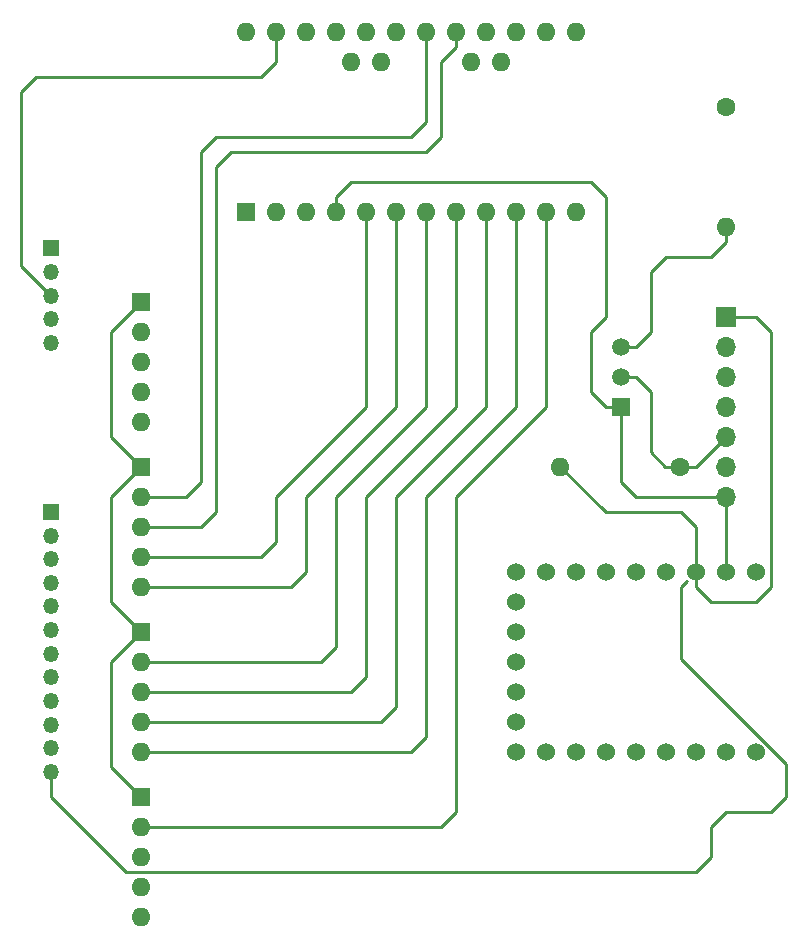
<source format=gbl>
G04 #@! TF.GenerationSoftware,KiCad,Pcbnew,(6.0.1)*
G04 #@! TF.CreationDate,2023-03-09T23:42:47+09:00*
G04 #@! TF.ProjectId,iidx_pcb,69696478-5f70-4636-922e-6b696361645f,rev?*
G04 #@! TF.SameCoordinates,Original*
G04 #@! TF.FileFunction,Copper,L2,Bot*
G04 #@! TF.FilePolarity,Positive*
%FSLAX46Y46*%
G04 Gerber Fmt 4.6, Leading zero omitted, Abs format (unit mm)*
G04 Created by KiCad (PCBNEW (6.0.1)) date 2023-03-09 23:42:47*
%MOMM*%
%LPD*%
G01*
G04 APERTURE LIST*
G04 #@! TA.AperFunction,ComponentPad*
%ADD10C,1.600000*%
G04 #@! TD*
G04 #@! TA.AperFunction,ComponentPad*
%ADD11O,1.600000X1.600000*%
G04 #@! TD*
G04 #@! TA.AperFunction,ComponentPad*
%ADD12R,1.600000X1.600000*%
G04 #@! TD*
G04 #@! TA.AperFunction,ComponentPad*
%ADD13C,1.524000*%
G04 #@! TD*
G04 #@! TA.AperFunction,ComponentPad*
%ADD14R,1.700000X1.700000*%
G04 #@! TD*
G04 #@! TA.AperFunction,ComponentPad*
%ADD15O,1.700000X1.700000*%
G04 #@! TD*
G04 #@! TA.AperFunction,ComponentPad*
%ADD16R,1.350000X1.350000*%
G04 #@! TD*
G04 #@! TA.AperFunction,ComponentPad*
%ADD17O,1.350000X1.350000*%
G04 #@! TD*
G04 #@! TA.AperFunction,ComponentPad*
%ADD18R,1.500000X1.500000*%
G04 #@! TD*
G04 #@! TA.AperFunction,ComponentPad*
%ADD19C,1.500000*%
G04 #@! TD*
G04 #@! TA.AperFunction,Conductor*
%ADD20C,0.250000*%
G04 #@! TD*
G04 APERTURE END LIST*
D10*
X107950000Y-80010000D03*
D11*
X107950000Y-90170000D03*
D12*
X58420000Y-110490000D03*
D11*
X58420000Y-113030000D03*
X58420000Y-115570000D03*
X58420000Y-118110000D03*
X58420000Y-120650000D03*
D13*
X110490000Y-134620000D03*
X107950000Y-134620000D03*
X105410000Y-134620000D03*
X102870000Y-134620000D03*
X100330000Y-134620000D03*
X97790000Y-134620000D03*
X95250000Y-134620000D03*
X92710000Y-134620000D03*
X90170000Y-134620000D03*
X90170000Y-132080000D03*
X90170000Y-129540000D03*
X90170000Y-127000000D03*
X90170000Y-124460000D03*
X90170000Y-121920000D03*
X90170000Y-119380000D03*
X92710000Y-119380000D03*
X95250000Y-119380000D03*
X97790000Y-119380000D03*
X100330000Y-119380000D03*
X102870000Y-119380000D03*
X105410000Y-119380000D03*
X107950000Y-119380000D03*
X110490000Y-119380000D03*
D14*
X107950000Y-97790000D03*
D15*
X107950000Y-100330000D03*
X107950000Y-102870000D03*
X107950000Y-105410000D03*
X107950000Y-107950000D03*
X107950000Y-110490000D03*
X107950000Y-113030000D03*
D12*
X58420000Y-138430000D03*
D11*
X58420000Y-140970000D03*
X58420000Y-143510000D03*
X58420000Y-146050000D03*
X58420000Y-148590000D03*
D12*
X58420000Y-96520000D03*
D11*
X58420000Y-99060000D03*
X58420000Y-101600000D03*
X58420000Y-104140000D03*
X58420000Y-106680000D03*
D16*
X50800000Y-91980000D03*
D17*
X50800000Y-93980000D03*
X50800000Y-95980000D03*
X50800000Y-97980000D03*
X50800000Y-99980000D03*
D18*
X99060000Y-105410000D03*
D19*
X99060000Y-102870000D03*
X99060000Y-100330000D03*
D16*
X50800000Y-114300000D03*
D17*
X50800000Y-116300000D03*
X50800000Y-118300000D03*
X50800000Y-120300000D03*
X50800000Y-122300000D03*
X50800000Y-124300000D03*
X50800000Y-126300000D03*
X50800000Y-128300000D03*
X50800000Y-130300000D03*
X50800000Y-132300000D03*
X50800000Y-134300000D03*
X50800000Y-136300000D03*
D10*
X104115000Y-110470000D03*
D11*
X93955000Y-110470000D03*
D12*
X58420000Y-124460000D03*
D11*
X58420000Y-127000000D03*
X58420000Y-129540000D03*
X58420000Y-132080000D03*
X58420000Y-134620000D03*
D12*
X67310000Y-88900000D03*
D11*
X69850000Y-88900000D03*
X72390000Y-88900000D03*
X74930000Y-88900000D03*
X77470000Y-88900000D03*
X80010000Y-88900000D03*
X82550000Y-88900000D03*
X85090000Y-88900000D03*
X87630000Y-88900000D03*
X90170000Y-88900000D03*
X92710000Y-88900000D03*
X95250000Y-88900000D03*
X95250000Y-73660000D03*
X92710000Y-73660000D03*
X90170000Y-73660000D03*
X87630000Y-73660000D03*
X85090000Y-73660000D03*
X82550000Y-73660000D03*
X80010000Y-73660000D03*
X77470000Y-73660000D03*
X74930000Y-73660000D03*
X72390000Y-73660000D03*
X69850000Y-73660000D03*
X67310000Y-73660000D03*
X78740000Y-76200000D03*
X76200000Y-76200000D03*
X88900000Y-76200000D03*
X86360000Y-76200000D03*
D20*
X99060000Y-105410000D02*
X99060000Y-111760000D01*
X74930000Y-87630000D02*
X76200000Y-86360000D01*
X100330000Y-113030000D02*
X107950000Y-113030000D01*
X50800000Y-95980000D02*
X48260000Y-93440000D01*
X96520000Y-99060000D02*
X96520000Y-104140000D01*
X107950000Y-113030000D02*
X107950000Y-119380000D01*
X69850000Y-76200000D02*
X69850000Y-73660000D01*
X48260000Y-93440000D02*
X48260000Y-78740000D01*
X107940000Y-113020000D02*
X107950000Y-113030000D01*
X48260000Y-78740000D02*
X49530000Y-77470000D01*
X97790000Y-97790000D02*
X96520000Y-99060000D01*
X97790000Y-105410000D02*
X99060000Y-105410000D01*
X74930000Y-88900000D02*
X74930000Y-87630000D01*
X97790000Y-87630000D02*
X97790000Y-97790000D01*
X76200000Y-86360000D02*
X96520000Y-86360000D01*
X96520000Y-86360000D02*
X97790000Y-87630000D01*
X68580000Y-77470000D02*
X69850000Y-76200000D01*
X49530000Y-77470000D02*
X68580000Y-77470000D01*
X99060000Y-111760000D02*
X100330000Y-113030000D01*
X96520000Y-104140000D02*
X97790000Y-105410000D01*
X58420000Y-110490000D02*
X55880000Y-113030000D01*
X104140000Y-114300000D02*
X105410000Y-115570000D01*
X111760000Y-99060000D02*
X111760000Y-120650000D01*
X58420000Y-124460000D02*
X55880000Y-127000000D01*
X106680000Y-121920000D02*
X105410000Y-120650000D01*
X55880000Y-99060000D02*
X55880000Y-107950000D01*
X105410000Y-120650000D02*
X105410000Y-119380000D01*
X93955000Y-110470000D02*
X97785000Y-114300000D01*
X55880000Y-107950000D02*
X58420000Y-110490000D01*
X55880000Y-113030000D02*
X55880000Y-121920000D01*
X55880000Y-121920000D02*
X58420000Y-124460000D01*
X55880000Y-135890000D02*
X58420000Y-138430000D01*
X97785000Y-114300000D02*
X104140000Y-114300000D01*
X110490000Y-121920000D02*
X106680000Y-121920000D01*
X55880000Y-127000000D02*
X55880000Y-135890000D01*
X107950000Y-97790000D02*
X110490000Y-97790000D01*
X58420000Y-96520000D02*
X55880000Y-99060000D01*
X110490000Y-97790000D02*
X111760000Y-99060000D01*
X111760000Y-120650000D02*
X110490000Y-121920000D01*
X105410000Y-115570000D02*
X105410000Y-119380000D01*
X105430000Y-110470000D02*
X107950000Y-107950000D01*
X99060000Y-102870000D02*
X100330000Y-102870000D01*
X100330000Y-102870000D02*
X101600000Y-104140000D01*
X101600000Y-109220000D02*
X102850000Y-110470000D01*
X104115000Y-110470000D02*
X105430000Y-110470000D01*
X102850000Y-110470000D02*
X104115000Y-110470000D01*
X101600000Y-104140000D02*
X101600000Y-109220000D01*
X64770000Y-82550000D02*
X81280000Y-82550000D01*
X62230000Y-113030000D02*
X63500000Y-111760000D01*
X63500000Y-83820000D02*
X64770000Y-82550000D01*
X82550000Y-81280000D02*
X82550000Y-73660000D01*
X63500000Y-111760000D02*
X63500000Y-83820000D01*
X58420000Y-113030000D02*
X62230000Y-113030000D01*
X81280000Y-82550000D02*
X82550000Y-81280000D01*
X64770000Y-85090000D02*
X66040000Y-83820000D01*
X83820000Y-76200000D02*
X85090000Y-74930000D01*
X64770000Y-114300000D02*
X64770000Y-85090000D01*
X58420000Y-115570000D02*
X63500000Y-115570000D01*
X82550000Y-83820000D02*
X83820000Y-82550000D01*
X66040000Y-83820000D02*
X82550000Y-83820000D01*
X83820000Y-82550000D02*
X83820000Y-76200000D01*
X63500000Y-115570000D02*
X64770000Y-114300000D01*
X85090000Y-74930000D02*
X85090000Y-73660000D01*
X69850000Y-113030000D02*
X77470000Y-105410000D01*
X58420000Y-118110000D02*
X68580000Y-118110000D01*
X77470000Y-105410000D02*
X77470000Y-88900000D01*
X69850000Y-116840000D02*
X69850000Y-113030000D01*
X68580000Y-118110000D02*
X69850000Y-116840000D01*
X72390000Y-119380000D02*
X72390000Y-113030000D01*
X71120000Y-120650000D02*
X72390000Y-119380000D01*
X58420000Y-120650000D02*
X71120000Y-120650000D01*
X80010000Y-105410000D02*
X80010000Y-88900000D01*
X72390000Y-113030000D02*
X80010000Y-105410000D01*
X74930000Y-113030000D02*
X82550000Y-105410000D01*
X73660000Y-127000000D02*
X74930000Y-125730000D01*
X58420000Y-127000000D02*
X73660000Y-127000000D01*
X74930000Y-125730000D02*
X74930000Y-113030000D01*
X82550000Y-105410000D02*
X82550000Y-88900000D01*
X85090000Y-105410000D02*
X85090000Y-88900000D01*
X77470000Y-113030000D02*
X85090000Y-105410000D01*
X76200000Y-129540000D02*
X77470000Y-128270000D01*
X58420000Y-129540000D02*
X76200000Y-129540000D01*
X77470000Y-128270000D02*
X77470000Y-113030000D01*
X87630000Y-105410000D02*
X87630000Y-88900000D01*
X80010000Y-113030000D02*
X87630000Y-105410000D01*
X58420000Y-132080000D02*
X78740000Y-132080000D01*
X80010000Y-130810000D02*
X80010000Y-113030000D01*
X78740000Y-132080000D02*
X80010000Y-130810000D01*
X90170000Y-105410000D02*
X90170000Y-88900000D01*
X58420000Y-134620000D02*
X81280000Y-134620000D01*
X82550000Y-133350000D02*
X82550000Y-113030000D01*
X82550000Y-113030000D02*
X90170000Y-105410000D01*
X81280000Y-134620000D02*
X82550000Y-133350000D01*
X85090000Y-113030000D02*
X92710000Y-105410000D01*
X58420000Y-140970000D02*
X83820000Y-140970000D01*
X92710000Y-105410000D02*
X92710000Y-88900000D01*
X85090000Y-139700000D02*
X85090000Y-113030000D01*
X83820000Y-140970000D02*
X85090000Y-139700000D01*
X104140000Y-126733440D02*
X104140000Y-120650000D01*
X50800000Y-138430000D02*
X53340000Y-140970000D01*
X113030000Y-138430000D02*
X113030000Y-135623440D01*
X57150000Y-144780000D02*
X105410000Y-144780000D01*
X107950000Y-139700000D02*
X111760000Y-139700000D01*
X111760000Y-139700000D02*
X113030000Y-138430000D01*
X104140000Y-120650000D02*
X104641720Y-120148280D01*
X50800000Y-136300000D02*
X50800000Y-138430000D01*
X113030000Y-135623440D02*
X104140000Y-126733440D01*
X105410000Y-144780000D02*
X106680000Y-143510000D01*
X106680000Y-143510000D02*
X106680000Y-140970000D01*
X53340000Y-140970000D02*
X57150000Y-144780000D01*
X106680000Y-140970000D02*
X107950000Y-139700000D01*
X107950000Y-91440000D02*
X107950000Y-90170000D01*
X101600000Y-99060000D02*
X101600000Y-93980000D01*
X106680000Y-92710000D02*
X107950000Y-91440000D01*
X99060000Y-100330000D02*
X100330000Y-100330000D01*
X102870000Y-92710000D02*
X106680000Y-92710000D01*
X101600000Y-93980000D02*
X102870000Y-92710000D01*
X100330000Y-100330000D02*
X101600000Y-99060000D01*
M02*

</source>
